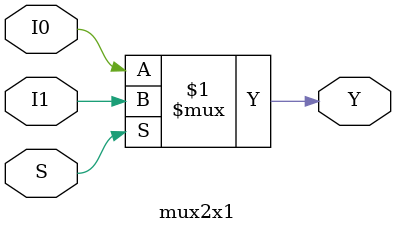
<source format=v>
module mux2x1 (Y, S, I1, I0);
input I0, I1, S;
output Y;

assign Y = S ? I1 : I0;

endmodule
</source>
